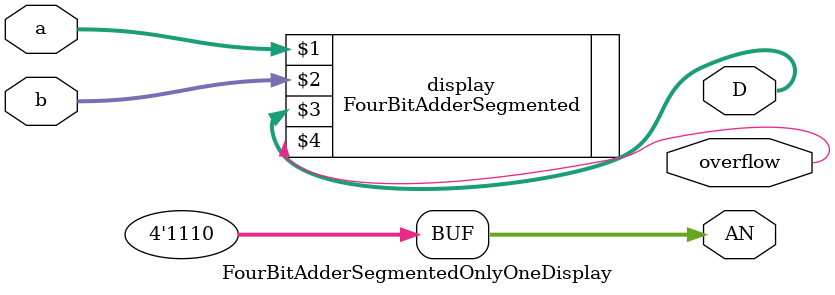
<source format=v>
`timescale 1ns / 1ps


module FourBitAdderSegmentedOnlyOneDisplay(
    input[3:0] a,
    input[3:0] b,
    
    output[6:0] D,
    output[3:0] AN,
    output overflow
    );
    
    assign AN[0] = 0;
    assign AN[1] = 1;
    assign AN[2] = 1;
    assign AN[3] = 1;
    
    FourBitAdderSegmented display (a,b,D,overflow);
        
endmodule
</source>
